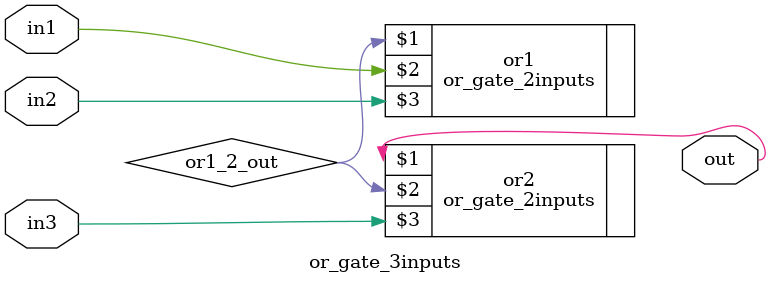
<source format=v>
module or_gate_3inputs(out,in1,in2,in3);
output out;
input in1,in2,in3;
wire or1_2_out;
or_gate_2inputs or1(or1_2_out,in1,in2);
or_gate_2inputs or2(out,or1_2_out,in3);
endmodule
//14
</source>
